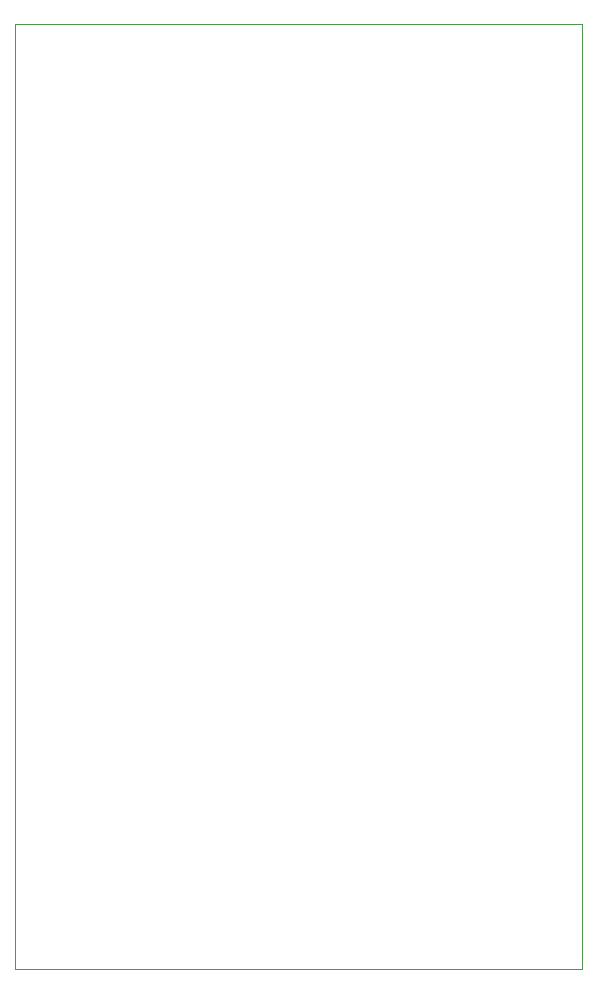
<source format=gbr>
%TF.GenerationSoftware,KiCad,Pcbnew,7.0.7*%
%TF.CreationDate,2024-01-02T15:01:12+01:00*%
%TF.ProjectId,fan-control,66616e2d-636f-46e7-9472-6f6c2e6b6963,rev?*%
%TF.SameCoordinates,Original*%
%TF.FileFunction,Profile,NP*%
%FSLAX46Y46*%
G04 Gerber Fmt 4.6, Leading zero omitted, Abs format (unit mm)*
G04 Created by KiCad (PCBNEW 7.0.7) date 2024-01-02 15:01:12*
%MOMM*%
%LPD*%
G01*
G04 APERTURE LIST*
%TA.AperFunction,Profile*%
%ADD10C,0.100000*%
%TD*%
G04 APERTURE END LIST*
D10*
X115000000Y-57000000D02*
X163000000Y-57000000D01*
X163000000Y-137000000D01*
X115000000Y-137000000D01*
X115000000Y-57000000D01*
M02*

</source>
